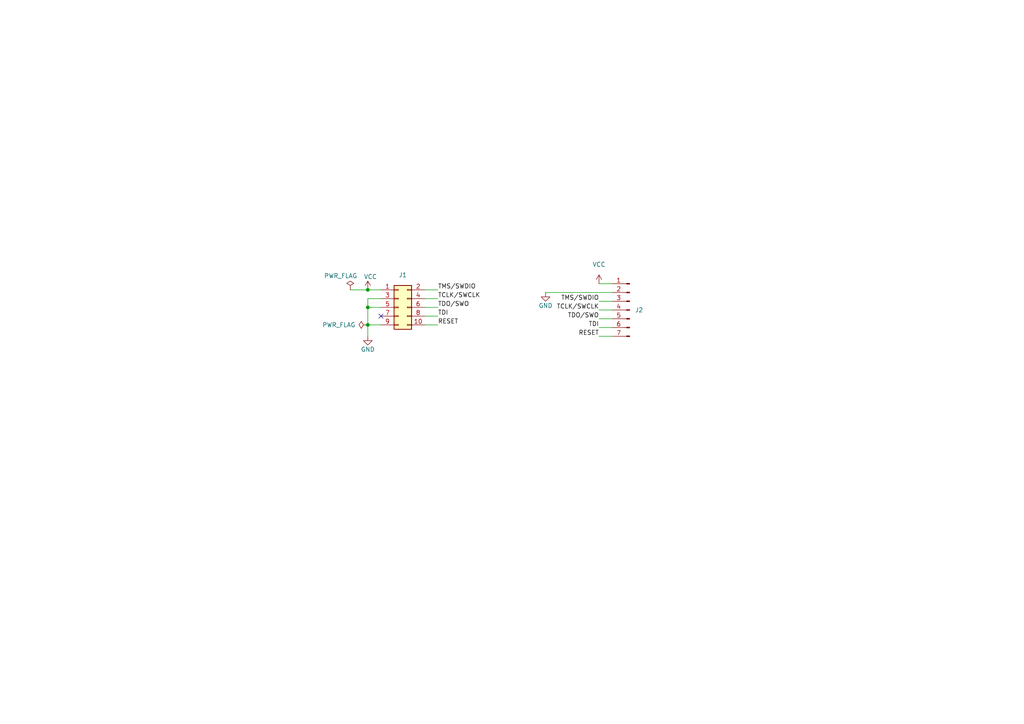
<source format=kicad_sch>
(kicad_sch (version 20211123) (generator eeschema)
  (paper "A4")
  (title_block (title "Cortex JTAG/SWD debug adapter") (date "2022-08-23") (rev "0.1") (company "Jan Gnip"))
  (lib_symbols
    (symbol "Connector:Conn_01x07_Male" (pin_names (offset 1.016) hide)
      (property "Reference" "J" (at 0 10.16 0))
      (property "Value" "Conn_01x07_Male" (at 0 -10.16 0))
      (symbol "Conn_01x07_Male_1_1"
        (polyline (pts (xy 1.27 -7.62) (xy 0.8636 -7.62)) (stroke (width 0.1524)))
        (polyline (pts (xy 1.27 -5.08) (xy 0.8636 -5.08)) (stroke (width 0.1524)))
        (polyline (pts (xy 1.27 -2.54) (xy 0.8636 -2.54)) (stroke (width 0.1524)))
        (polyline (pts (xy 1.27 0) (xy 0.8636 0)) (stroke (width 0.1524)))
        (polyline (pts (xy 1.27 2.54) (xy 0.8636 2.54)) (stroke (width 0.1524)))
        (polyline (pts (xy 1.27 5.08) (xy 0.8636 5.08)) (stroke (width 0.1524)))
        (polyline (pts (xy 1.27 7.62) (xy 0.8636 7.62)) (stroke (width 0.1524)))
        (rectangle (start 0.8636 -7.493) (end 0 -7.747) (stroke (width 0.1524)) (fill (type outline)))
        (rectangle (start 0.8636 -4.953) (end 0 -5.207) (stroke (width 0.1524)) (fill (type outline)))
        (rectangle (start 0.8636 -2.413) (end 0 -2.667) (stroke (width 0.1524)) (fill (type outline)))
        (rectangle (start 0.8636 0.127) (end 0 -0.127) (stroke (width 0.1524)) (fill (type outline)))
        (rectangle (start 0.8636 2.667) (end 0 2.413) (stroke (width 0.1524)) (fill (type outline)))
        (rectangle (start 0.8636 5.207) (end 0 4.953) (stroke (width 0.1524)) (fill (type outline)))
        (rectangle (start 0.8636 7.747) (end 0 7.493) (stroke (width 0.1524)) (fill (type outline)))
        (pin passive line (at 5.08 7.62 180) (length 3.81) (name "Pin_1") (number "1"))
        (pin passive line (at 5.08 5.08 180) (length 3.81) (name "Pin_2") (number "2"))
        (pin passive line (at 5.08 2.54 180) (length 3.81) (name "Pin_3") (number "3"))
        (pin passive line (at 5.08 0 180) (length 3.81) (name "Pin_4") (number "4"))
        (pin passive line (at 5.08 -2.54 180) (length 3.81) (name "Pin_5") (number "5"))
        (pin passive line (at 5.08 -5.08 180) (length 3.81) (name "Pin_6") (number "6"))
        (pin passive line (at 5.08 -7.62 180) (length 3.81) (name "Pin_7") (number "7"))
      )
    )
    (symbol "Connector_Generic:Conn_02x05_Odd_Even" (pin_names (offset 1.016) hide)
      (property "Reference" "J" (at 1.27 7.62 0))
      (property "Value" "Conn_02x05_Odd_Even" (at 1.27 -7.62 0))
      (symbol "Conn_02x05_Odd_Even_1_1"
        (rectangle (start -1.27 -4.953) (end 0 -5.207) (stroke (width 0.1524)))
        (rectangle (start -1.27 -2.413) (end 0 -2.667) (stroke (width 0.1524)))
        (rectangle (start -1.27 0.127) (end 0 -0.127) (stroke (width 0.1524)))
        (rectangle (start -1.27 2.667) (end 0 2.413) (stroke (width 0.1524)))
        (rectangle (start -1.27 5.207) (end 0 4.953) (stroke (width 0.1524)))
        (rectangle (start -1.27 6.35) (end 3.81 -6.35) (stroke (width 0.254)) (fill (type background)))
        (rectangle (start 3.81 -4.953) (end 2.54 -5.207) (stroke (width 0.1524)))
        (rectangle (start 3.81 -2.413) (end 2.54 -2.667) (stroke (width 0.1524)))
        (rectangle (start 3.81 0.127) (end 2.54 -0.127) (stroke (width 0.1524)))
        (rectangle (start 3.81 2.667) (end 2.54 2.413) (stroke (width 0.1524)))
        (rectangle (start 3.81 5.207) (end 2.54 4.953) (stroke (width 0.1524)))
        (pin passive line (at -5.08 5.08 0) (length 3.81) (name "Pin_1") (number "1"))
        (pin passive line (at 7.62 -5.08 180) (length 3.81) (name "Pin_10") (number "10"))
        (pin passive line (at 7.62 5.08 180) (length 3.81) (name "Pin_2") (number "2"))
        (pin passive line (at -5.08 2.54 0) (length 3.81) (name "Pin_3") (number "3"))
        (pin passive line (at 7.62 2.54 180) (length 3.81) (name "Pin_4") (number "4"))
        (pin passive line (at -5.08 0 0) (length 3.81) (name "Pin_5") (number "5"))
        (pin passive line (at 7.62 0 180) (length 3.81) (name "Pin_6") (number "6"))
        (pin passive line (at -5.08 -2.54 0) (length 3.81) (name "Pin_7") (number "7"))
        (pin passive line (at 7.62 -2.54 180) (length 3.81) (name "Pin_8") (number "8"))
        (pin passive line (at -5.08 -5.08 0) (length 3.81) (name "Pin_9") (number "9"))
      )
    )
    (symbol "power:GND" (power) (pin_names (offset 0))
      (property "Value" "GND" (at 0 -3.81 0))
      (symbol "GND_0_1"
        (polyline (pts (xy 0 0) (xy 0 -1.27) (xy 1.27 -1.27) (xy 0 -2.54) (xy -1.27 -1.27) (xy 0 -1.27)))
      )
      (symbol "GND_1_1"
        (pin power_in line (at 0 0 270) (length 0) hide (name "GND") (number "1"))
      )
    )
    (symbol "power:PWR_FLAG" (power) (pin_numbers hide) (pin_names (offset 0) hide)
      (property "Value" "PWR_FLAG" (at 0 3.81 0))
      (symbol "PWR_FLAG_0_0"
        (pin power_out line (at 0 0 90) (length 0) (name "pwr") (number "1"))
      )
      (symbol "PWR_FLAG_0_1"
        (polyline (pts (xy 0 0) (xy 0 1.27) (xy -1.016 1.905) (xy 0 2.54) (xy 1.016 1.905) (xy 0 1.27)))
      )
    )
    (symbol "power:VCC" (power) (pin_names (offset 0))
      (property "Value" "VCC" (at 0 3.81 0))
      (symbol "VCC_0_1"
        (polyline (pts (xy -0.762 1.27) (xy 0 2.54)))
        (polyline (pts (xy 0 0) (xy 0 2.54)))
        (polyline (pts (xy 0 2.54) (xy 0.762 1.27)))
      )
      (symbol "VCC_1_1"
        (pin power_in line (at 0 0 90) (length 0) hide (name "VCC") (number "1"))
      )
    )
  )
  (junction (at 106.68 94.234))
  (junction (at 106.68 89.154))
  (junction (at 106.68 84.074))
  (no_connect (at 110.49 91.694))
  (wire (pts (xy 106.68 86.614) (xy 106.68 89.154)))
  (wire (pts (xy 106.68 86.614) (xy 110.49 86.614)))
  (wire (pts (xy 106.68 94.234) (xy 106.68 97.536)))
  (wire (pts (xy 177.546 94.996) (xy 173.736 94.996)))
  (wire (pts (xy 123.19 86.614) (xy 127 86.614)))
  (wire (pts (xy 106.68 94.234) (xy 110.49 94.234)))
  (wire (pts (xy 101.6 84.074) (xy 106.68 84.074)))
  (wire (pts (xy 123.19 89.154) (xy 127 89.154)))
  (wire (pts (xy 106.68 89.154) (xy 110.49 89.154)))
  (wire (pts (xy 106.68 89.154) (xy 106.68 94.234)))
  (wire (pts (xy 177.546 92.456) (xy 173.736 92.456)))
  (wire (pts (xy 173.736 82.296) (xy 177.546 82.296)))
  (wire (pts (xy 123.19 91.694) (xy 127 91.694)))
  (wire (pts (xy 158.242 84.836) (xy 177.546 84.836)))
  (wire (pts (xy 177.546 89.916) (xy 173.736 89.916)))
  (wire (pts (xy 177.546 87.376) (xy 173.736 87.376)))
  (wire (pts (xy 106.68 84.074) (xy 110.49 84.074)))
  (wire (pts (xy 123.19 94.234) (xy 127 94.234)))
  (wire (pts (xy 177.546 97.536) (xy 173.736 97.536)))
  (wire (pts (xy 123.19 84.074) (xy 127 84.074)))
  (label "TCLK{slash}SWCLK" (at 127 86.614 0))
  (label "TMS{slash}SWDIO" (at 173.736 87.376 180))
  (label "TDI" (at 127 91.694 0))
  (label "RESET" (at 127 94.234 0))
  (label "TDO{slash}SWO" (at 173.736 92.456 180))
  (label "TCLK{slash}SWCLK" (at 173.736 89.916 180))
  (label "TDO{slash}SWO" (at 127 89.154 0))
  (label "RESET" (at 173.736 97.536 180))
  (label "TMS{slash}SWDIO" (at 127 84.074 0))
  (label "TDI" (at 173.736 94.996 180))
  (symbol (lib_id "Connector_Generic:Conn_02x05_Odd_Even") (at 115.57 89.154 0) (unit 1)
    (property "Reference" "J1" (at 116.84 79.756 0))
    (property "Value" "Conn_02x05_Odd_Even" (effects hide))
    (property "Footprint" "Connector_PinHeader_1.27mm:PinHeader_2x05_P1.27mm_Vertical" (effects hide))
    (property "LCSC Part" "C2935883" (effects hide))
  )
  (symbol (lib_id "power:VCC") (at 173.736 82.296 0) (unit 1)
    (property "Reference" "#PWR04" (effects hide))
    (property "Value" "VCC" (at 173.736 76.708 0))
  )
  (symbol (lib_id "Connector:Conn_01x07_Male") (at 182.626 89.916 0) (mirror y) (unit 1)
    (property "Reference" "J2" (at 184.15 89.9159 0) (effects (justify right)))
    (property "Value" "Conn_01x07_Male" (effects hide))
    (property "Footprint" "Connector_PinHeader_2.54mm:PinHeader_1x07_P2.54mm_Vertical" (effects hide))
    (property "LCSC Part" "C2935932" (effects hide))
  )
  (symbol (lib_id "power:GND") (at 158.242 84.836 0) (unit 1)
    (property "Reference" "#PWR03" (effects hide))
    (property "Value" "GND" (at 158.242 88.646 0))
  )
  (symbol (lib_id "power:VCC") (at 106.68 84.074 0) (unit 1)
    (property "Reference" "#PWR01" (effects hide))
    (property "Value" "VCC" (at 107.442 80.264 0))
  )
  (symbol (lib_id "power:GND") (at 106.68 97.536 0) (unit 1)
    (property "Reference" "#PWR02" (effects hide))
    (property "Value" "GND" (at 106.68 101.346 0))
  )
  (symbol (lib_id "power:PWR_FLAG") (at 106.68 94.234 90) (unit 1)
    (property "Reference" "#FLG02" (effects hide))
    (property "Value" "PWR_FLAG" (at 98.298 94.234 90))
  )
  (symbol (lib_id "power:PWR_FLAG") (at 101.6 84.074 0) (unit 1)
    (property "Reference" "#FLG01" (effects hide))
    (property "Value" "PWR_FLAG" (at 98.806 80.01 0))
  )
)
</source>
